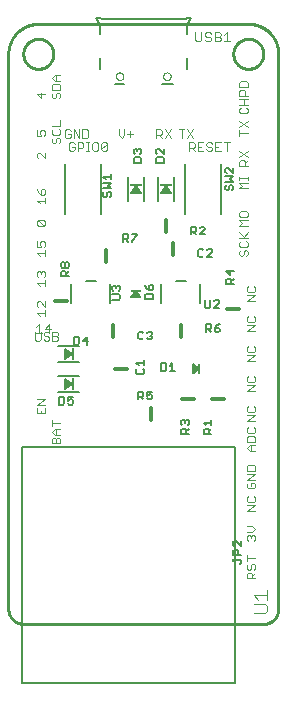
<source format=gto>
G75*
%MOIN*%
%OFA0B0*%
%FSLAX25Y25*%
%IPPOS*%
%LPD*%
%AMOC8*
5,1,8,0,0,1.08239X$1,22.5*
%
%ADD10C,0.01000*%
%ADD11C,0.00300*%
%ADD12C,0.00800*%
%ADD13C,0.00400*%
%ADD14C,0.01200*%
%ADD15C,0.00600*%
%ADD16R,0.03937X0.00787*%
%ADD17R,0.00787X0.03937*%
%ADD18R,0.00750X0.03500*%
%ADD19C,0.00500*%
%ADD20C,0.00000*%
%ADD21R,0.03500X0.00750*%
D10*
X0006800Y0021144D02*
X0086800Y0021144D01*
X0086940Y0021146D01*
X0087080Y0021152D01*
X0087220Y0021162D01*
X0087360Y0021175D01*
X0087499Y0021193D01*
X0087638Y0021215D01*
X0087775Y0021240D01*
X0087913Y0021269D01*
X0088049Y0021302D01*
X0088184Y0021339D01*
X0088318Y0021380D01*
X0088451Y0021425D01*
X0088583Y0021473D01*
X0088713Y0021525D01*
X0088842Y0021580D01*
X0088969Y0021639D01*
X0089095Y0021702D01*
X0089219Y0021768D01*
X0089340Y0021837D01*
X0089460Y0021910D01*
X0089578Y0021987D01*
X0089693Y0022066D01*
X0089807Y0022149D01*
X0089917Y0022235D01*
X0090026Y0022324D01*
X0090132Y0022416D01*
X0090235Y0022511D01*
X0090336Y0022608D01*
X0090433Y0022709D01*
X0090528Y0022812D01*
X0090620Y0022918D01*
X0090709Y0023027D01*
X0090795Y0023137D01*
X0090878Y0023251D01*
X0090957Y0023366D01*
X0091034Y0023484D01*
X0091107Y0023604D01*
X0091176Y0023725D01*
X0091242Y0023849D01*
X0091305Y0023975D01*
X0091364Y0024102D01*
X0091419Y0024231D01*
X0091471Y0024361D01*
X0091519Y0024493D01*
X0091564Y0024626D01*
X0091605Y0024760D01*
X0091642Y0024895D01*
X0091675Y0025031D01*
X0091704Y0025169D01*
X0091729Y0025306D01*
X0091751Y0025445D01*
X0091769Y0025584D01*
X0091782Y0025724D01*
X0091792Y0025864D01*
X0091798Y0026004D01*
X0091800Y0026144D01*
X0091800Y0211144D01*
X0076800Y0211144D02*
X0076802Y0211285D01*
X0076808Y0211426D01*
X0076818Y0211566D01*
X0076832Y0211706D01*
X0076850Y0211846D01*
X0076871Y0211985D01*
X0076897Y0212124D01*
X0076926Y0212262D01*
X0076960Y0212398D01*
X0076997Y0212534D01*
X0077038Y0212669D01*
X0077083Y0212803D01*
X0077132Y0212935D01*
X0077184Y0213066D01*
X0077240Y0213195D01*
X0077300Y0213322D01*
X0077363Y0213448D01*
X0077429Y0213572D01*
X0077500Y0213695D01*
X0077573Y0213815D01*
X0077650Y0213933D01*
X0077730Y0214049D01*
X0077814Y0214162D01*
X0077900Y0214273D01*
X0077990Y0214382D01*
X0078083Y0214488D01*
X0078178Y0214591D01*
X0078277Y0214692D01*
X0078378Y0214790D01*
X0078482Y0214885D01*
X0078589Y0214977D01*
X0078698Y0215066D01*
X0078810Y0215151D01*
X0078924Y0215234D01*
X0079040Y0215314D01*
X0079159Y0215390D01*
X0079280Y0215462D01*
X0079402Y0215532D01*
X0079527Y0215597D01*
X0079653Y0215660D01*
X0079781Y0215718D01*
X0079911Y0215773D01*
X0080042Y0215825D01*
X0080175Y0215872D01*
X0080309Y0215916D01*
X0080444Y0215957D01*
X0080580Y0215993D01*
X0080717Y0216025D01*
X0080855Y0216054D01*
X0080993Y0216079D01*
X0081133Y0216099D01*
X0081273Y0216116D01*
X0081413Y0216129D01*
X0081554Y0216138D01*
X0081694Y0216143D01*
X0081835Y0216144D01*
X0081976Y0216141D01*
X0082117Y0216134D01*
X0082257Y0216123D01*
X0082397Y0216108D01*
X0082537Y0216089D01*
X0082676Y0216067D01*
X0082814Y0216040D01*
X0082952Y0216010D01*
X0083088Y0215975D01*
X0083224Y0215937D01*
X0083358Y0215895D01*
X0083492Y0215849D01*
X0083624Y0215800D01*
X0083754Y0215746D01*
X0083883Y0215689D01*
X0084010Y0215629D01*
X0084136Y0215565D01*
X0084259Y0215497D01*
X0084381Y0215426D01*
X0084501Y0215352D01*
X0084618Y0215274D01*
X0084733Y0215193D01*
X0084846Y0215109D01*
X0084957Y0215022D01*
X0085065Y0214931D01*
X0085170Y0214838D01*
X0085273Y0214741D01*
X0085373Y0214642D01*
X0085470Y0214540D01*
X0085564Y0214435D01*
X0085655Y0214328D01*
X0085743Y0214218D01*
X0085828Y0214106D01*
X0085910Y0213991D01*
X0085989Y0213874D01*
X0086064Y0213755D01*
X0086136Y0213634D01*
X0086204Y0213511D01*
X0086269Y0213386D01*
X0086331Y0213259D01*
X0086388Y0213130D01*
X0086443Y0213000D01*
X0086493Y0212869D01*
X0086540Y0212736D01*
X0086583Y0212602D01*
X0086622Y0212466D01*
X0086657Y0212330D01*
X0086689Y0212193D01*
X0086716Y0212055D01*
X0086740Y0211916D01*
X0086760Y0211776D01*
X0086776Y0211636D01*
X0086788Y0211496D01*
X0086796Y0211355D01*
X0086800Y0211214D01*
X0086800Y0211074D01*
X0086796Y0210933D01*
X0086788Y0210792D01*
X0086776Y0210652D01*
X0086760Y0210512D01*
X0086740Y0210372D01*
X0086716Y0210233D01*
X0086689Y0210095D01*
X0086657Y0209958D01*
X0086622Y0209822D01*
X0086583Y0209686D01*
X0086540Y0209552D01*
X0086493Y0209419D01*
X0086443Y0209288D01*
X0086388Y0209158D01*
X0086331Y0209029D01*
X0086269Y0208902D01*
X0086204Y0208777D01*
X0086136Y0208654D01*
X0086064Y0208533D01*
X0085989Y0208414D01*
X0085910Y0208297D01*
X0085828Y0208182D01*
X0085743Y0208070D01*
X0085655Y0207960D01*
X0085564Y0207853D01*
X0085470Y0207748D01*
X0085373Y0207646D01*
X0085273Y0207547D01*
X0085170Y0207450D01*
X0085065Y0207357D01*
X0084957Y0207266D01*
X0084846Y0207179D01*
X0084733Y0207095D01*
X0084618Y0207014D01*
X0084501Y0206936D01*
X0084381Y0206862D01*
X0084259Y0206791D01*
X0084136Y0206723D01*
X0084010Y0206659D01*
X0083883Y0206599D01*
X0083754Y0206542D01*
X0083624Y0206488D01*
X0083492Y0206439D01*
X0083358Y0206393D01*
X0083224Y0206351D01*
X0083088Y0206313D01*
X0082952Y0206278D01*
X0082814Y0206248D01*
X0082676Y0206221D01*
X0082537Y0206199D01*
X0082397Y0206180D01*
X0082257Y0206165D01*
X0082117Y0206154D01*
X0081976Y0206147D01*
X0081835Y0206144D01*
X0081694Y0206145D01*
X0081554Y0206150D01*
X0081413Y0206159D01*
X0081273Y0206172D01*
X0081133Y0206189D01*
X0080993Y0206209D01*
X0080855Y0206234D01*
X0080717Y0206263D01*
X0080580Y0206295D01*
X0080444Y0206331D01*
X0080309Y0206372D01*
X0080175Y0206416D01*
X0080042Y0206463D01*
X0079911Y0206515D01*
X0079781Y0206570D01*
X0079653Y0206628D01*
X0079527Y0206691D01*
X0079402Y0206756D01*
X0079280Y0206826D01*
X0079159Y0206898D01*
X0079040Y0206974D01*
X0078924Y0207054D01*
X0078810Y0207137D01*
X0078698Y0207222D01*
X0078589Y0207311D01*
X0078482Y0207403D01*
X0078378Y0207498D01*
X0078277Y0207596D01*
X0078178Y0207697D01*
X0078083Y0207800D01*
X0077990Y0207906D01*
X0077900Y0208015D01*
X0077814Y0208126D01*
X0077730Y0208239D01*
X0077650Y0208355D01*
X0077573Y0208473D01*
X0077500Y0208593D01*
X0077429Y0208716D01*
X0077363Y0208840D01*
X0077300Y0208966D01*
X0077240Y0209093D01*
X0077184Y0209222D01*
X0077132Y0209353D01*
X0077083Y0209485D01*
X0077038Y0209619D01*
X0076997Y0209754D01*
X0076960Y0209890D01*
X0076926Y0210026D01*
X0076897Y0210164D01*
X0076871Y0210303D01*
X0076850Y0210442D01*
X0076832Y0210582D01*
X0076818Y0210722D01*
X0076808Y0210862D01*
X0076802Y0211003D01*
X0076800Y0211144D01*
X0081800Y0221144D02*
X0082042Y0221141D01*
X0082283Y0221132D01*
X0082524Y0221118D01*
X0082765Y0221097D01*
X0083005Y0221071D01*
X0083245Y0221039D01*
X0083484Y0221001D01*
X0083721Y0220958D01*
X0083958Y0220908D01*
X0084193Y0220853D01*
X0084427Y0220793D01*
X0084659Y0220726D01*
X0084890Y0220655D01*
X0085119Y0220577D01*
X0085346Y0220494D01*
X0085571Y0220406D01*
X0085794Y0220312D01*
X0086014Y0220213D01*
X0086232Y0220108D01*
X0086447Y0219999D01*
X0086660Y0219884D01*
X0086870Y0219764D01*
X0087076Y0219639D01*
X0087280Y0219509D01*
X0087481Y0219374D01*
X0087678Y0219234D01*
X0087872Y0219090D01*
X0088062Y0218941D01*
X0088248Y0218787D01*
X0088431Y0218629D01*
X0088610Y0218467D01*
X0088785Y0218300D01*
X0088956Y0218129D01*
X0089123Y0217954D01*
X0089285Y0217775D01*
X0089443Y0217592D01*
X0089597Y0217406D01*
X0089746Y0217216D01*
X0089890Y0217022D01*
X0090030Y0216825D01*
X0090165Y0216624D01*
X0090295Y0216420D01*
X0090420Y0216214D01*
X0090540Y0216004D01*
X0090655Y0215791D01*
X0090764Y0215576D01*
X0090869Y0215358D01*
X0090968Y0215138D01*
X0091062Y0214915D01*
X0091150Y0214690D01*
X0091233Y0214463D01*
X0091311Y0214234D01*
X0091382Y0214003D01*
X0091449Y0213771D01*
X0091509Y0213537D01*
X0091564Y0213302D01*
X0091614Y0213065D01*
X0091657Y0212828D01*
X0091695Y0212589D01*
X0091727Y0212349D01*
X0091753Y0212109D01*
X0091774Y0211868D01*
X0091788Y0211627D01*
X0091797Y0211386D01*
X0091800Y0211144D01*
X0081800Y0221144D02*
X0011800Y0221144D01*
X0006800Y0211144D02*
X0006802Y0211285D01*
X0006808Y0211426D01*
X0006818Y0211566D01*
X0006832Y0211706D01*
X0006850Y0211846D01*
X0006871Y0211985D01*
X0006897Y0212124D01*
X0006926Y0212262D01*
X0006960Y0212398D01*
X0006997Y0212534D01*
X0007038Y0212669D01*
X0007083Y0212803D01*
X0007132Y0212935D01*
X0007184Y0213066D01*
X0007240Y0213195D01*
X0007300Y0213322D01*
X0007363Y0213448D01*
X0007429Y0213572D01*
X0007500Y0213695D01*
X0007573Y0213815D01*
X0007650Y0213933D01*
X0007730Y0214049D01*
X0007814Y0214162D01*
X0007900Y0214273D01*
X0007990Y0214382D01*
X0008083Y0214488D01*
X0008178Y0214591D01*
X0008277Y0214692D01*
X0008378Y0214790D01*
X0008482Y0214885D01*
X0008589Y0214977D01*
X0008698Y0215066D01*
X0008810Y0215151D01*
X0008924Y0215234D01*
X0009040Y0215314D01*
X0009159Y0215390D01*
X0009280Y0215462D01*
X0009402Y0215532D01*
X0009527Y0215597D01*
X0009653Y0215660D01*
X0009781Y0215718D01*
X0009911Y0215773D01*
X0010042Y0215825D01*
X0010175Y0215872D01*
X0010309Y0215916D01*
X0010444Y0215957D01*
X0010580Y0215993D01*
X0010717Y0216025D01*
X0010855Y0216054D01*
X0010993Y0216079D01*
X0011133Y0216099D01*
X0011273Y0216116D01*
X0011413Y0216129D01*
X0011554Y0216138D01*
X0011694Y0216143D01*
X0011835Y0216144D01*
X0011976Y0216141D01*
X0012117Y0216134D01*
X0012257Y0216123D01*
X0012397Y0216108D01*
X0012537Y0216089D01*
X0012676Y0216067D01*
X0012814Y0216040D01*
X0012952Y0216010D01*
X0013088Y0215975D01*
X0013224Y0215937D01*
X0013358Y0215895D01*
X0013492Y0215849D01*
X0013624Y0215800D01*
X0013754Y0215746D01*
X0013883Y0215689D01*
X0014010Y0215629D01*
X0014136Y0215565D01*
X0014259Y0215497D01*
X0014381Y0215426D01*
X0014501Y0215352D01*
X0014618Y0215274D01*
X0014733Y0215193D01*
X0014846Y0215109D01*
X0014957Y0215022D01*
X0015065Y0214931D01*
X0015170Y0214838D01*
X0015273Y0214741D01*
X0015373Y0214642D01*
X0015470Y0214540D01*
X0015564Y0214435D01*
X0015655Y0214328D01*
X0015743Y0214218D01*
X0015828Y0214106D01*
X0015910Y0213991D01*
X0015989Y0213874D01*
X0016064Y0213755D01*
X0016136Y0213634D01*
X0016204Y0213511D01*
X0016269Y0213386D01*
X0016331Y0213259D01*
X0016388Y0213130D01*
X0016443Y0213000D01*
X0016493Y0212869D01*
X0016540Y0212736D01*
X0016583Y0212602D01*
X0016622Y0212466D01*
X0016657Y0212330D01*
X0016689Y0212193D01*
X0016716Y0212055D01*
X0016740Y0211916D01*
X0016760Y0211776D01*
X0016776Y0211636D01*
X0016788Y0211496D01*
X0016796Y0211355D01*
X0016800Y0211214D01*
X0016800Y0211074D01*
X0016796Y0210933D01*
X0016788Y0210792D01*
X0016776Y0210652D01*
X0016760Y0210512D01*
X0016740Y0210372D01*
X0016716Y0210233D01*
X0016689Y0210095D01*
X0016657Y0209958D01*
X0016622Y0209822D01*
X0016583Y0209686D01*
X0016540Y0209552D01*
X0016493Y0209419D01*
X0016443Y0209288D01*
X0016388Y0209158D01*
X0016331Y0209029D01*
X0016269Y0208902D01*
X0016204Y0208777D01*
X0016136Y0208654D01*
X0016064Y0208533D01*
X0015989Y0208414D01*
X0015910Y0208297D01*
X0015828Y0208182D01*
X0015743Y0208070D01*
X0015655Y0207960D01*
X0015564Y0207853D01*
X0015470Y0207748D01*
X0015373Y0207646D01*
X0015273Y0207547D01*
X0015170Y0207450D01*
X0015065Y0207357D01*
X0014957Y0207266D01*
X0014846Y0207179D01*
X0014733Y0207095D01*
X0014618Y0207014D01*
X0014501Y0206936D01*
X0014381Y0206862D01*
X0014259Y0206791D01*
X0014136Y0206723D01*
X0014010Y0206659D01*
X0013883Y0206599D01*
X0013754Y0206542D01*
X0013624Y0206488D01*
X0013492Y0206439D01*
X0013358Y0206393D01*
X0013224Y0206351D01*
X0013088Y0206313D01*
X0012952Y0206278D01*
X0012814Y0206248D01*
X0012676Y0206221D01*
X0012537Y0206199D01*
X0012397Y0206180D01*
X0012257Y0206165D01*
X0012117Y0206154D01*
X0011976Y0206147D01*
X0011835Y0206144D01*
X0011694Y0206145D01*
X0011554Y0206150D01*
X0011413Y0206159D01*
X0011273Y0206172D01*
X0011133Y0206189D01*
X0010993Y0206209D01*
X0010855Y0206234D01*
X0010717Y0206263D01*
X0010580Y0206295D01*
X0010444Y0206331D01*
X0010309Y0206372D01*
X0010175Y0206416D01*
X0010042Y0206463D01*
X0009911Y0206515D01*
X0009781Y0206570D01*
X0009653Y0206628D01*
X0009527Y0206691D01*
X0009402Y0206756D01*
X0009280Y0206826D01*
X0009159Y0206898D01*
X0009040Y0206974D01*
X0008924Y0207054D01*
X0008810Y0207137D01*
X0008698Y0207222D01*
X0008589Y0207311D01*
X0008482Y0207403D01*
X0008378Y0207498D01*
X0008277Y0207596D01*
X0008178Y0207697D01*
X0008083Y0207800D01*
X0007990Y0207906D01*
X0007900Y0208015D01*
X0007814Y0208126D01*
X0007730Y0208239D01*
X0007650Y0208355D01*
X0007573Y0208473D01*
X0007500Y0208593D01*
X0007429Y0208716D01*
X0007363Y0208840D01*
X0007300Y0208966D01*
X0007240Y0209093D01*
X0007184Y0209222D01*
X0007132Y0209353D01*
X0007083Y0209485D01*
X0007038Y0209619D01*
X0006997Y0209754D01*
X0006960Y0209890D01*
X0006926Y0210026D01*
X0006897Y0210164D01*
X0006871Y0210303D01*
X0006850Y0210442D01*
X0006832Y0210582D01*
X0006818Y0210722D01*
X0006808Y0210862D01*
X0006802Y0211003D01*
X0006800Y0211144D01*
X0001800Y0211144D02*
X0001803Y0211386D01*
X0001812Y0211627D01*
X0001826Y0211868D01*
X0001847Y0212109D01*
X0001873Y0212349D01*
X0001905Y0212589D01*
X0001943Y0212828D01*
X0001986Y0213065D01*
X0002036Y0213302D01*
X0002091Y0213537D01*
X0002151Y0213771D01*
X0002218Y0214003D01*
X0002289Y0214234D01*
X0002367Y0214463D01*
X0002450Y0214690D01*
X0002538Y0214915D01*
X0002632Y0215138D01*
X0002731Y0215358D01*
X0002836Y0215576D01*
X0002945Y0215791D01*
X0003060Y0216004D01*
X0003180Y0216214D01*
X0003305Y0216420D01*
X0003435Y0216624D01*
X0003570Y0216825D01*
X0003710Y0217022D01*
X0003854Y0217216D01*
X0004003Y0217406D01*
X0004157Y0217592D01*
X0004315Y0217775D01*
X0004477Y0217954D01*
X0004644Y0218129D01*
X0004815Y0218300D01*
X0004990Y0218467D01*
X0005169Y0218629D01*
X0005352Y0218787D01*
X0005538Y0218941D01*
X0005728Y0219090D01*
X0005922Y0219234D01*
X0006119Y0219374D01*
X0006320Y0219509D01*
X0006524Y0219639D01*
X0006730Y0219764D01*
X0006940Y0219884D01*
X0007153Y0219999D01*
X0007368Y0220108D01*
X0007586Y0220213D01*
X0007806Y0220312D01*
X0008029Y0220406D01*
X0008254Y0220494D01*
X0008481Y0220577D01*
X0008710Y0220655D01*
X0008941Y0220726D01*
X0009173Y0220793D01*
X0009407Y0220853D01*
X0009642Y0220908D01*
X0009879Y0220958D01*
X0010116Y0221001D01*
X0010355Y0221039D01*
X0010595Y0221071D01*
X0010835Y0221097D01*
X0011076Y0221118D01*
X0011317Y0221132D01*
X0011558Y0221141D01*
X0011800Y0221144D01*
X0001800Y0211144D02*
X0001800Y0026144D01*
X0001802Y0026004D01*
X0001808Y0025864D01*
X0001818Y0025724D01*
X0001831Y0025584D01*
X0001849Y0025445D01*
X0001871Y0025306D01*
X0001896Y0025169D01*
X0001925Y0025031D01*
X0001958Y0024895D01*
X0001995Y0024760D01*
X0002036Y0024626D01*
X0002081Y0024493D01*
X0002129Y0024361D01*
X0002181Y0024231D01*
X0002236Y0024102D01*
X0002295Y0023975D01*
X0002358Y0023849D01*
X0002424Y0023725D01*
X0002493Y0023604D01*
X0002566Y0023484D01*
X0002643Y0023366D01*
X0002722Y0023251D01*
X0002805Y0023137D01*
X0002891Y0023027D01*
X0002980Y0022918D01*
X0003072Y0022812D01*
X0003167Y0022709D01*
X0003264Y0022608D01*
X0003365Y0022511D01*
X0003468Y0022416D01*
X0003574Y0022324D01*
X0003683Y0022235D01*
X0003793Y0022149D01*
X0003907Y0022066D01*
X0004022Y0021987D01*
X0004140Y0021910D01*
X0004260Y0021837D01*
X0004381Y0021768D01*
X0004505Y0021702D01*
X0004631Y0021639D01*
X0004758Y0021580D01*
X0004887Y0021525D01*
X0005017Y0021473D01*
X0005149Y0021425D01*
X0005282Y0021380D01*
X0005416Y0021339D01*
X0005551Y0021302D01*
X0005687Y0021269D01*
X0005825Y0021240D01*
X0005962Y0021215D01*
X0006101Y0021193D01*
X0006240Y0021175D01*
X0006380Y0021162D01*
X0006520Y0021152D01*
X0006660Y0021146D01*
X0006800Y0021144D01*
D11*
X0016248Y0081294D02*
X0016248Y0082745D01*
X0016731Y0083229D01*
X0017215Y0083229D01*
X0017699Y0082745D01*
X0017699Y0081294D01*
X0019150Y0081294D02*
X0016248Y0081294D01*
X0017699Y0082745D02*
X0018183Y0083229D01*
X0018666Y0083229D01*
X0019150Y0082745D01*
X0019150Y0081294D01*
X0019150Y0084241D02*
X0017215Y0084241D01*
X0016248Y0085208D01*
X0017215Y0086176D01*
X0019150Y0086176D01*
X0019150Y0088155D02*
X0016248Y0088155D01*
X0016248Y0089122D02*
X0016248Y0087187D01*
X0017699Y0086176D02*
X0017699Y0084241D01*
X0014150Y0091294D02*
X0014150Y0093229D01*
X0014150Y0094241D02*
X0011248Y0094241D01*
X0014150Y0096176D01*
X0011248Y0096176D01*
X0011248Y0093229D02*
X0011248Y0091294D01*
X0014150Y0091294D01*
X0012699Y0091294D02*
X0012699Y0092262D01*
X0012062Y0115594D02*
X0011094Y0115594D01*
X0010610Y0116078D01*
X0010610Y0118497D01*
X0011057Y0118094D02*
X0012992Y0118094D01*
X0013557Y0118013D02*
X0013557Y0117529D01*
X0014041Y0117045D01*
X0015008Y0117045D01*
X0015492Y0116562D01*
X0015492Y0116078D01*
X0015008Y0115594D01*
X0014041Y0115594D01*
X0013557Y0116078D01*
X0012545Y0116078D02*
X0012545Y0118497D01*
X0012024Y0118094D02*
X0012024Y0120997D01*
X0011057Y0120029D01*
X0012215Y0123794D02*
X0011248Y0124762D01*
X0014150Y0124762D01*
X0014150Y0125729D02*
X0014150Y0123794D01*
X0014150Y0126741D02*
X0012215Y0128676D01*
X0011731Y0128676D01*
X0011248Y0128192D01*
X0011248Y0127224D01*
X0011731Y0126741D01*
X0014150Y0126741D02*
X0014150Y0128676D01*
X0014150Y0133794D02*
X0014150Y0135729D01*
X0014150Y0134762D02*
X0011248Y0134762D01*
X0012215Y0133794D01*
X0011731Y0136741D02*
X0011248Y0137224D01*
X0011248Y0138192D01*
X0011731Y0138676D01*
X0012215Y0138676D01*
X0012699Y0138192D01*
X0013183Y0138676D01*
X0013666Y0138676D01*
X0014150Y0138192D01*
X0014150Y0137224D01*
X0013666Y0136741D01*
X0012699Y0137708D02*
X0012699Y0138192D01*
X0012215Y0143794D02*
X0011248Y0144762D01*
X0014150Y0144762D01*
X0014150Y0145729D02*
X0014150Y0143794D01*
X0013666Y0146741D02*
X0014150Y0147224D01*
X0014150Y0148192D01*
X0013666Y0148676D01*
X0012699Y0148676D01*
X0012215Y0148192D01*
X0012215Y0147708D01*
X0012699Y0146741D01*
X0011248Y0146741D01*
X0011248Y0148676D01*
X0011731Y0153794D02*
X0011248Y0154278D01*
X0011248Y0155245D01*
X0011731Y0155729D01*
X0013666Y0153794D01*
X0014150Y0154278D01*
X0014150Y0155245D01*
X0013666Y0155729D01*
X0011731Y0155729D01*
X0011731Y0153794D02*
X0013666Y0153794D01*
X0014150Y0161294D02*
X0014150Y0163229D01*
X0014150Y0162262D02*
X0011248Y0162262D01*
X0012215Y0161294D01*
X0012699Y0164241D02*
X0012699Y0165692D01*
X0013183Y0166176D01*
X0013666Y0166176D01*
X0014150Y0165692D01*
X0014150Y0164724D01*
X0013666Y0164241D01*
X0012699Y0164241D01*
X0011731Y0165208D01*
X0011248Y0166176D01*
X0011731Y0176294D02*
X0011248Y0176778D01*
X0011248Y0177745D01*
X0011731Y0178229D01*
X0012215Y0178229D01*
X0014150Y0176294D01*
X0014150Y0178229D01*
X0016731Y0181294D02*
X0017215Y0181294D01*
X0017699Y0181778D01*
X0017699Y0182745D01*
X0018183Y0183229D01*
X0018666Y0183229D01*
X0019150Y0182745D01*
X0019150Y0181778D01*
X0018666Y0181294D01*
X0018666Y0184241D02*
X0019150Y0184724D01*
X0019150Y0185692D01*
X0018666Y0186176D01*
X0019150Y0187187D02*
X0019150Y0189122D01*
X0019150Y0187187D02*
X0016248Y0187187D01*
X0016731Y0186176D02*
X0016248Y0185692D01*
X0016248Y0184724D01*
X0016731Y0184241D01*
X0018666Y0184241D01*
X0016731Y0183229D02*
X0016248Y0182745D01*
X0016248Y0181778D01*
X0016731Y0181294D01*
X0014150Y0184278D02*
X0013666Y0183794D01*
X0014150Y0184278D02*
X0014150Y0185245D01*
X0013666Y0185729D01*
X0012699Y0185729D01*
X0012215Y0185245D01*
X0012215Y0184762D01*
X0012699Y0183794D01*
X0011248Y0183794D01*
X0011248Y0185729D01*
X0012699Y0196294D02*
X0012699Y0198229D01*
X0014150Y0197745D02*
X0011248Y0197745D01*
X0012699Y0196294D01*
X0016248Y0196778D02*
X0016731Y0196294D01*
X0017215Y0196294D01*
X0017699Y0196778D01*
X0017699Y0197745D01*
X0018183Y0198229D01*
X0018666Y0198229D01*
X0019150Y0197745D01*
X0019150Y0196778D01*
X0018666Y0196294D01*
X0019150Y0199241D02*
X0019150Y0200692D01*
X0018666Y0201176D01*
X0016731Y0201176D01*
X0016248Y0200692D01*
X0016248Y0199241D01*
X0019150Y0199241D01*
X0019150Y0202187D02*
X0017215Y0202187D01*
X0016248Y0203155D01*
X0017215Y0204122D01*
X0019150Y0204122D01*
X0017699Y0204122D02*
X0017699Y0202187D01*
X0016731Y0198229D02*
X0016248Y0197745D01*
X0016248Y0196778D01*
X0021094Y0185997D02*
X0020610Y0185513D01*
X0020610Y0183578D01*
X0021094Y0183094D01*
X0022062Y0183094D01*
X0022545Y0183578D01*
X0022545Y0184545D01*
X0021578Y0184545D01*
X0022545Y0184545D01*
X0022545Y0183578D01*
X0022062Y0183094D01*
X0021094Y0183094D01*
X0020610Y0183578D01*
X0020610Y0185513D01*
X0021094Y0185997D01*
X0022062Y0185997D01*
X0022545Y0185513D01*
X0022062Y0185997D01*
X0021094Y0185997D01*
X0022434Y0181697D02*
X0021950Y0181213D01*
X0021950Y0179278D01*
X0022434Y0178794D01*
X0023401Y0178794D01*
X0023885Y0179278D01*
X0023885Y0180245D01*
X0022917Y0180245D01*
X0023885Y0181213D02*
X0023401Y0181697D01*
X0022434Y0181697D01*
X0023557Y0183094D02*
X0023557Y0185997D01*
X0025492Y0183094D01*
X0025492Y0185997D01*
X0025492Y0183094D01*
X0023557Y0185997D01*
X0023557Y0183094D01*
X0024897Y0181697D02*
X0024897Y0178794D01*
X0024897Y0179762D02*
X0026348Y0179762D01*
X0026831Y0180245D01*
X0026831Y0181213D01*
X0026348Y0181697D01*
X0024897Y0181697D01*
X0026503Y0183094D02*
X0026503Y0185997D01*
X0027955Y0185997D01*
X0028438Y0185513D01*
X0028438Y0183578D01*
X0027955Y0183094D01*
X0026503Y0183094D01*
X0027955Y0183094D01*
X0028438Y0183578D01*
X0028438Y0185513D01*
X0027955Y0185997D01*
X0026503Y0185997D01*
X0026503Y0183094D01*
X0027843Y0181697D02*
X0028811Y0181697D01*
X0028327Y0181697D02*
X0028327Y0178794D01*
X0027843Y0178794D02*
X0028811Y0178794D01*
X0029807Y0179278D02*
X0029807Y0181213D01*
X0030291Y0181697D01*
X0031259Y0181697D01*
X0031742Y0181213D01*
X0031742Y0179278D01*
X0031259Y0178794D01*
X0030291Y0178794D01*
X0029807Y0179278D01*
X0032754Y0179278D02*
X0034689Y0181213D01*
X0034689Y0179278D01*
X0034205Y0178794D01*
X0033238Y0178794D01*
X0032754Y0179278D01*
X0032754Y0181213D01*
X0033238Y0181697D01*
X0034205Y0181697D01*
X0034689Y0181213D01*
X0038557Y0184062D02*
X0039524Y0183094D01*
X0040492Y0184062D01*
X0040492Y0185997D01*
X0041503Y0184545D02*
X0043438Y0184545D01*
X0042471Y0183578D02*
X0042471Y0185513D01*
X0038557Y0185997D02*
X0038557Y0184062D01*
X0051057Y0184062D02*
X0052508Y0184062D01*
X0052992Y0184545D01*
X0052992Y0185513D01*
X0052508Y0185997D01*
X0051057Y0185997D01*
X0051057Y0183094D01*
X0052024Y0184062D02*
X0052992Y0183094D01*
X0054003Y0183094D02*
X0055938Y0185997D01*
X0054003Y0185997D02*
X0055938Y0183094D01*
X0058557Y0185997D02*
X0060492Y0185997D01*
X0059524Y0185997D02*
X0059524Y0183094D01*
X0061503Y0183094D02*
X0063438Y0185997D01*
X0061503Y0185997D02*
X0063438Y0183094D01*
X0063401Y0181697D02*
X0063885Y0181213D01*
X0063885Y0180245D01*
X0063401Y0179762D01*
X0061950Y0179762D01*
X0062917Y0179762D02*
X0063885Y0178794D01*
X0064897Y0178794D02*
X0064897Y0181697D01*
X0066831Y0181697D01*
X0067843Y0181213D02*
X0067843Y0180729D01*
X0068327Y0180245D01*
X0069294Y0180245D01*
X0069778Y0179762D01*
X0069778Y0179278D01*
X0069294Y0178794D01*
X0068327Y0178794D01*
X0067843Y0179278D01*
X0066831Y0178794D02*
X0064897Y0178794D01*
X0064897Y0180245D02*
X0065864Y0180245D01*
X0067843Y0181213D02*
X0068327Y0181697D01*
X0069294Y0181697D01*
X0069778Y0181213D01*
X0070790Y0181697D02*
X0070790Y0178794D01*
X0072725Y0178794D01*
X0071757Y0180245D02*
X0070790Y0180245D01*
X0070790Y0181697D02*
X0072725Y0181697D01*
X0073736Y0181697D02*
X0075671Y0181697D01*
X0074704Y0181697D02*
X0074704Y0178794D01*
X0078748Y0178676D02*
X0081650Y0176741D01*
X0081650Y0175729D02*
X0080683Y0174762D01*
X0080683Y0175245D02*
X0080683Y0173794D01*
X0081650Y0173794D02*
X0078748Y0173794D01*
X0078748Y0175245D01*
X0079231Y0175729D01*
X0080199Y0175729D01*
X0080683Y0175245D01*
X0078748Y0176741D02*
X0081650Y0178676D01*
X0078748Y0183794D02*
X0078748Y0185729D01*
X0078748Y0184762D02*
X0081650Y0184762D01*
X0081650Y0186741D02*
X0078748Y0188676D01*
X0078748Y0186741D02*
X0081650Y0188676D01*
X0081166Y0191294D02*
X0081650Y0191778D01*
X0081650Y0192745D01*
X0081166Y0193229D01*
X0081650Y0194241D02*
X0078748Y0194241D01*
X0079231Y0193229D02*
X0078748Y0192745D01*
X0078748Y0191778D01*
X0079231Y0191294D01*
X0081166Y0191294D01*
X0080199Y0194241D02*
X0080199Y0196176D01*
X0080683Y0197187D02*
X0080683Y0198638D01*
X0080199Y0199122D01*
X0079231Y0199122D01*
X0078748Y0198638D01*
X0078748Y0197187D01*
X0081650Y0197187D01*
X0081650Y0196176D02*
X0078748Y0196176D01*
X0078748Y0200134D02*
X0078748Y0201585D01*
X0079231Y0202069D01*
X0081166Y0202069D01*
X0081650Y0201585D01*
X0081650Y0200134D01*
X0078748Y0200134D01*
X0078748Y0170208D02*
X0078748Y0169241D01*
X0078748Y0169724D02*
X0081650Y0169724D01*
X0081650Y0169241D02*
X0081650Y0170208D01*
X0081650Y0168229D02*
X0078748Y0168229D01*
X0079715Y0167262D01*
X0078748Y0166294D01*
X0081650Y0166294D01*
X0081166Y0158676D02*
X0079231Y0158676D01*
X0078748Y0158192D01*
X0078748Y0157224D01*
X0079231Y0156741D01*
X0081166Y0156741D01*
X0081650Y0157224D01*
X0081650Y0158192D01*
X0081166Y0158676D01*
X0081650Y0155729D02*
X0078748Y0155729D01*
X0079715Y0154762D01*
X0078748Y0153794D01*
X0081650Y0153794D01*
X0081650Y0151622D02*
X0080199Y0150171D01*
X0080683Y0149687D02*
X0078748Y0151622D01*
X0078748Y0149687D02*
X0081650Y0149687D01*
X0081166Y0148676D02*
X0081650Y0148192D01*
X0081650Y0147224D01*
X0081166Y0146741D01*
X0079231Y0146741D01*
X0078748Y0147224D01*
X0078748Y0148192D01*
X0079231Y0148676D01*
X0079231Y0145729D02*
X0078748Y0145245D01*
X0078748Y0144278D01*
X0079231Y0143794D01*
X0079715Y0143794D01*
X0080199Y0144278D01*
X0080199Y0145245D01*
X0080683Y0145729D01*
X0081166Y0145729D01*
X0081650Y0145245D01*
X0081650Y0144278D01*
X0081166Y0143794D01*
X0081731Y0133676D02*
X0081248Y0133192D01*
X0081248Y0132224D01*
X0081731Y0131741D01*
X0083666Y0131741D01*
X0084150Y0132224D01*
X0084150Y0133192D01*
X0083666Y0133676D01*
X0084150Y0130729D02*
X0081248Y0130729D01*
X0081248Y0128794D02*
X0084150Y0130729D01*
X0084150Y0128794D02*
X0081248Y0128794D01*
X0081731Y0123676D02*
X0081248Y0123192D01*
X0081248Y0122224D01*
X0081731Y0121741D01*
X0083666Y0121741D01*
X0084150Y0122224D01*
X0084150Y0123192D01*
X0083666Y0123676D01*
X0084150Y0120729D02*
X0081248Y0120729D01*
X0081248Y0118794D02*
X0084150Y0120729D01*
X0084150Y0118794D02*
X0081248Y0118794D01*
X0081731Y0113676D02*
X0081248Y0113192D01*
X0081248Y0112224D01*
X0081731Y0111741D01*
X0083666Y0111741D01*
X0084150Y0112224D01*
X0084150Y0113192D01*
X0083666Y0113676D01*
X0084150Y0110729D02*
X0081248Y0110729D01*
X0081248Y0108794D02*
X0084150Y0110729D01*
X0084150Y0108794D02*
X0081248Y0108794D01*
X0081731Y0103676D02*
X0081248Y0103192D01*
X0081248Y0102224D01*
X0081731Y0101741D01*
X0083666Y0101741D01*
X0084150Y0102224D01*
X0084150Y0103192D01*
X0083666Y0103676D01*
X0084150Y0100729D02*
X0081248Y0100729D01*
X0081248Y0098794D02*
X0084150Y0100729D01*
X0084150Y0098794D02*
X0081248Y0098794D01*
X0081731Y0093676D02*
X0081248Y0093192D01*
X0081248Y0092224D01*
X0081731Y0091741D01*
X0083666Y0091741D01*
X0084150Y0092224D01*
X0084150Y0093192D01*
X0083666Y0093676D01*
X0084150Y0090729D02*
X0081248Y0090729D01*
X0081248Y0088794D02*
X0084150Y0090729D01*
X0084150Y0088794D02*
X0081248Y0088794D01*
X0081731Y0086622D02*
X0081248Y0086138D01*
X0081248Y0085171D01*
X0081731Y0084687D01*
X0083666Y0084687D01*
X0084150Y0085171D01*
X0084150Y0086138D01*
X0083666Y0086622D01*
X0083666Y0083676D02*
X0081731Y0083676D01*
X0081248Y0083192D01*
X0081248Y0081741D01*
X0084150Y0081741D01*
X0084150Y0083192D01*
X0083666Y0083676D01*
X0084150Y0080729D02*
X0082215Y0080729D01*
X0081248Y0079762D01*
X0082215Y0078794D01*
X0084150Y0078794D01*
X0082699Y0078794D02*
X0082699Y0080729D01*
X0083666Y0074122D02*
X0081731Y0074122D01*
X0081248Y0073638D01*
X0081248Y0072187D01*
X0084150Y0072187D01*
X0084150Y0073638D01*
X0083666Y0074122D01*
X0084150Y0071176D02*
X0081248Y0071176D01*
X0081248Y0069241D02*
X0084150Y0071176D01*
X0084150Y0069241D02*
X0081248Y0069241D01*
X0081731Y0068229D02*
X0081248Y0067745D01*
X0081248Y0066778D01*
X0081731Y0066294D01*
X0083666Y0066294D01*
X0084150Y0066778D01*
X0084150Y0067745D01*
X0083666Y0068229D01*
X0082699Y0068229D01*
X0082699Y0067262D01*
X0083666Y0063676D02*
X0084150Y0063192D01*
X0084150Y0062224D01*
X0083666Y0061741D01*
X0081731Y0061741D01*
X0081248Y0062224D01*
X0081248Y0063192D01*
X0081731Y0063676D01*
X0081248Y0060729D02*
X0084150Y0060729D01*
X0081248Y0058794D01*
X0084150Y0058794D01*
X0083183Y0053676D02*
X0081248Y0053676D01*
X0081248Y0051741D02*
X0083183Y0051741D01*
X0084150Y0052708D01*
X0083183Y0053676D01*
X0083183Y0050729D02*
X0083666Y0050729D01*
X0084150Y0050245D01*
X0084150Y0049278D01*
X0083666Y0048794D01*
X0082699Y0049762D02*
X0082699Y0050245D01*
X0083183Y0050729D01*
X0082699Y0050245D02*
X0082215Y0050729D01*
X0081731Y0050729D01*
X0081248Y0050245D01*
X0081248Y0049278D01*
X0081731Y0048794D01*
X0081248Y0044122D02*
X0081248Y0042187D01*
X0081248Y0043155D02*
X0084150Y0043155D01*
X0083666Y0041176D02*
X0083183Y0041176D01*
X0082699Y0040692D01*
X0082699Y0039724D01*
X0082215Y0039241D01*
X0081731Y0039241D01*
X0081248Y0039724D01*
X0081248Y0040692D01*
X0081731Y0041176D01*
X0081731Y0038229D02*
X0081248Y0037745D01*
X0081248Y0036294D01*
X0084150Y0036294D01*
X0083183Y0036294D02*
X0083183Y0037745D01*
X0082699Y0038229D01*
X0081731Y0038229D01*
X0083183Y0037262D02*
X0084150Y0038229D01*
X0083666Y0039241D02*
X0084150Y0039724D01*
X0084150Y0040692D01*
X0083666Y0041176D01*
X0061950Y0178794D02*
X0061950Y0181697D01*
X0063401Y0181697D01*
X0017955Y0118497D02*
X0018438Y0118013D01*
X0018438Y0117529D01*
X0017955Y0117045D01*
X0016503Y0117045D01*
X0015492Y0118013D02*
X0015008Y0118497D01*
X0014041Y0118497D01*
X0013557Y0118013D01*
X0014003Y0119545D02*
X0015938Y0119545D01*
X0016503Y0118497D02*
X0017955Y0118497D01*
X0017955Y0117045D02*
X0018438Y0116562D01*
X0018438Y0116078D01*
X0017955Y0115594D01*
X0016503Y0115594D01*
X0016503Y0118497D01*
X0015455Y0118094D02*
X0015455Y0120997D01*
X0014003Y0119545D01*
X0012545Y0116078D02*
X0012062Y0115594D01*
D12*
X0006367Y0001400D02*
X0077233Y0001400D01*
X0077233Y0080140D01*
X0006367Y0080140D01*
X0006367Y0001400D01*
X0018363Y0098388D02*
X0025237Y0098388D01*
X0022981Y0101144D02*
X0020619Y0102719D01*
X0020619Y0099569D01*
X0022981Y0101144D01*
X0022194Y0101144D02*
X0021013Y0101931D01*
X0021013Y0100357D01*
X0022194Y0101144D01*
X0021970Y0100995D02*
X0021013Y0100995D01*
X0021013Y0101794D02*
X0021219Y0101794D01*
X0018363Y0103900D02*
X0025237Y0103900D01*
X0025237Y0108388D02*
X0018363Y0108388D01*
X0018363Y0113900D02*
X0025237Y0113900D01*
X0022981Y0111144D02*
X0020619Y0112719D01*
X0020619Y0109569D01*
X0022981Y0111144D01*
X0022194Y0111144D02*
X0021013Y0111931D01*
X0021013Y0110357D01*
X0022194Y0111144D01*
X0021846Y0111376D02*
X0021013Y0111376D01*
X0021013Y0110577D02*
X0021344Y0110577D01*
X0022804Y0127994D02*
X0022804Y0134294D01*
X0027725Y0135278D02*
X0030875Y0135278D01*
X0035796Y0134294D02*
X0035796Y0127994D01*
X0032806Y0157876D02*
X0032806Y0174412D01*
X0041544Y0170081D02*
X0041544Y0162207D01*
X0042725Y0164766D02*
X0044300Y0167128D01*
X0045875Y0164766D01*
X0042725Y0164766D01*
X0043513Y0165357D02*
X0044300Y0166538D01*
X0045087Y0165357D01*
X0043513Y0165357D01*
X0043725Y0165675D02*
X0044875Y0165675D01*
X0044343Y0166473D02*
X0044257Y0166473D01*
X0047056Y0170081D02*
X0047056Y0162207D01*
X0051544Y0162207D02*
X0051544Y0170081D01*
X0054300Y0166538D02*
X0053513Y0165357D01*
X0055087Y0165357D01*
X0054300Y0166538D01*
X0054257Y0166473D02*
X0054343Y0166473D01*
X0054300Y0167128D02*
X0052725Y0164766D01*
X0055875Y0164766D01*
X0054300Y0167128D01*
X0053725Y0165675D02*
X0054875Y0165675D01*
X0057056Y0162207D02*
X0057056Y0170081D01*
X0060794Y0174412D02*
X0060794Y0157876D01*
X0060875Y0135278D02*
X0057725Y0135278D01*
X0052804Y0134294D02*
X0052804Y0127994D01*
X0065796Y0127994D02*
X0065796Y0134294D01*
X0072806Y0157876D02*
X0072806Y0174412D01*
X0020794Y0174412D02*
X0020794Y0157876D01*
D13*
X0064626Y0215344D02*
X0064109Y0215861D01*
X0064109Y0218447D01*
X0066177Y0218447D02*
X0066177Y0215861D01*
X0065660Y0215344D01*
X0064626Y0215344D01*
X0067332Y0215861D02*
X0067849Y0215344D01*
X0068883Y0215344D01*
X0069400Y0215861D01*
X0069400Y0216378D01*
X0068883Y0216895D01*
X0067849Y0216895D01*
X0067332Y0217413D01*
X0067332Y0217930D01*
X0067849Y0218447D01*
X0068883Y0218447D01*
X0069400Y0217930D01*
X0070554Y0218447D02*
X0072106Y0218447D01*
X0072623Y0217930D01*
X0072623Y0217413D01*
X0072106Y0216895D01*
X0070554Y0216895D01*
X0070554Y0215344D02*
X0072106Y0215344D01*
X0072623Y0215861D01*
X0072623Y0216378D01*
X0072106Y0216895D01*
X0073777Y0217413D02*
X0074811Y0218447D01*
X0074811Y0215344D01*
X0073777Y0215344D02*
X0075846Y0215344D01*
X0070554Y0215344D02*
X0070554Y0218447D01*
X0088155Y0032309D02*
X0088155Y0029240D01*
X0088155Y0030775D02*
X0083551Y0030775D01*
X0085086Y0029240D01*
X0083551Y0027706D02*
X0087388Y0027706D01*
X0088155Y0026938D01*
X0088155Y0025404D01*
X0087388Y0024636D01*
X0083551Y0024636D01*
D14*
X0073800Y0096144D02*
X0069800Y0096144D01*
X0063800Y0096144D02*
X0059800Y0096144D01*
X0059300Y0116644D02*
X0059300Y0120644D01*
X0056800Y0144144D02*
X0056800Y0148144D01*
X0054300Y0151644D02*
X0054300Y0155644D01*
X0036800Y0120644D02*
X0036800Y0116644D01*
X0037300Y0106144D02*
X0041300Y0106144D01*
X0049300Y0093144D02*
X0049300Y0089144D01*
X0034300Y0141644D02*
X0034300Y0145644D01*
X0021300Y0128644D02*
X0017300Y0128644D01*
X0074800Y0126144D02*
X0078800Y0126144D01*
D15*
X0077000Y0134444D02*
X0074398Y0134444D01*
X0074398Y0135745D01*
X0074831Y0136179D01*
X0075699Y0136179D01*
X0076133Y0135745D01*
X0076133Y0134444D01*
X0076133Y0135311D02*
X0077000Y0136179D01*
X0077000Y0138692D02*
X0074398Y0138692D01*
X0075699Y0137391D01*
X0075699Y0139125D01*
X0071635Y0129046D02*
X0070768Y0129046D01*
X0070334Y0128613D01*
X0071635Y0129046D02*
X0072069Y0128613D01*
X0072069Y0128179D01*
X0070334Y0126444D01*
X0072069Y0126444D01*
X0069122Y0126878D02*
X0069122Y0129046D01*
X0069122Y0126878D02*
X0068689Y0126444D01*
X0067821Y0126444D01*
X0067387Y0126878D01*
X0067387Y0129046D01*
X0067600Y0121046D02*
X0068901Y0121046D01*
X0069335Y0120613D01*
X0069335Y0119745D01*
X0068901Y0119311D01*
X0067600Y0119311D01*
X0067600Y0118444D02*
X0067600Y0121046D01*
X0068467Y0119311D02*
X0069335Y0118444D01*
X0070547Y0118878D02*
X0070547Y0119745D01*
X0071848Y0119745D01*
X0072281Y0119311D01*
X0072281Y0118878D01*
X0071848Y0118444D01*
X0070980Y0118444D01*
X0070547Y0118878D01*
X0070547Y0119745D02*
X0071414Y0120613D01*
X0072281Y0121046D01*
X0063300Y0107644D02*
X0065300Y0106144D01*
X0063300Y0104644D01*
X0063300Y0107644D01*
X0063300Y0107330D02*
X0063719Y0107330D01*
X0063300Y0106731D02*
X0064517Y0106731D01*
X0065285Y0106133D02*
X0063300Y0106133D01*
X0063300Y0105534D02*
X0064487Y0105534D01*
X0063689Y0104936D02*
X0063300Y0104936D01*
X0057281Y0105444D02*
X0055547Y0105444D01*
X0056414Y0105444D02*
X0056414Y0108046D01*
X0055547Y0107179D01*
X0054335Y0107613D02*
X0053901Y0108046D01*
X0052600Y0108046D01*
X0052600Y0105444D01*
X0053901Y0105444D01*
X0054335Y0105878D01*
X0054335Y0107613D01*
X0049348Y0115944D02*
X0049781Y0116378D01*
X0049781Y0116811D01*
X0049348Y0117245D01*
X0048914Y0117245D01*
X0049348Y0117245D02*
X0049781Y0117679D01*
X0049781Y0118113D01*
X0049348Y0118546D01*
X0048480Y0118546D01*
X0048047Y0118113D01*
X0046835Y0118113D02*
X0046401Y0118546D01*
X0045534Y0118546D01*
X0045100Y0118113D01*
X0045100Y0116378D01*
X0045534Y0115944D01*
X0046401Y0115944D01*
X0046835Y0116378D01*
X0048047Y0116378D02*
X0048480Y0115944D01*
X0049348Y0115944D01*
X0047000Y0109125D02*
X0047000Y0107391D01*
X0047000Y0108258D02*
X0044398Y0108258D01*
X0045265Y0107391D01*
X0044831Y0106179D02*
X0044398Y0105745D01*
X0044398Y0104878D01*
X0044831Y0104444D01*
X0046566Y0104444D01*
X0047000Y0104878D01*
X0047000Y0105745D01*
X0046566Y0106179D01*
X0046401Y0098546D02*
X0045100Y0098546D01*
X0045100Y0095944D01*
X0045100Y0096811D02*
X0046401Y0096811D01*
X0046835Y0097245D01*
X0046835Y0098113D01*
X0046401Y0098546D01*
X0045967Y0096811D02*
X0046835Y0095944D01*
X0048047Y0096378D02*
X0048480Y0095944D01*
X0049348Y0095944D01*
X0049781Y0096378D01*
X0049781Y0097245D01*
X0049348Y0097679D01*
X0048914Y0097679D01*
X0048047Y0097245D01*
X0048047Y0098546D01*
X0049781Y0098546D01*
X0059398Y0088692D02*
X0059831Y0089125D01*
X0060265Y0089125D01*
X0060699Y0088692D01*
X0061133Y0089125D01*
X0061566Y0089125D01*
X0062000Y0088692D01*
X0062000Y0087824D01*
X0061566Y0087391D01*
X0060699Y0088258D02*
X0060699Y0088692D01*
X0059398Y0088692D02*
X0059398Y0087824D01*
X0059831Y0087391D01*
X0059831Y0086179D02*
X0060699Y0086179D01*
X0061133Y0085745D01*
X0061133Y0084444D01*
X0062000Y0084444D02*
X0059398Y0084444D01*
X0059398Y0085745D01*
X0059831Y0086179D01*
X0061133Y0085311D02*
X0062000Y0086179D01*
X0066898Y0085745D02*
X0066898Y0084444D01*
X0069500Y0084444D01*
X0068633Y0084444D02*
X0068633Y0085745D01*
X0068199Y0086179D01*
X0067331Y0086179D01*
X0066898Y0085745D01*
X0067765Y0087391D02*
X0066898Y0088258D01*
X0069500Y0088258D01*
X0069500Y0087391D02*
X0069500Y0089125D01*
X0069500Y0086179D02*
X0068633Y0085311D01*
X0077131Y0048772D02*
X0076698Y0048338D01*
X0076698Y0047471D01*
X0077131Y0047037D01*
X0077131Y0045825D02*
X0076698Y0045392D01*
X0076698Y0044091D01*
X0079300Y0044091D01*
X0078433Y0044091D02*
X0078433Y0045392D01*
X0077999Y0045825D01*
X0077131Y0045825D01*
X0076698Y0042879D02*
X0076698Y0042011D01*
X0076698Y0042445D02*
X0078866Y0042445D01*
X0079300Y0042011D01*
X0079300Y0041578D01*
X0078866Y0041144D01*
X0079300Y0047037D02*
X0077565Y0048772D01*
X0077131Y0048772D01*
X0079300Y0048772D02*
X0079300Y0047037D01*
X0050000Y0129444D02*
X0047398Y0129444D01*
X0047398Y0130745D01*
X0047831Y0131179D01*
X0049566Y0131179D01*
X0050000Y0130745D01*
X0050000Y0129444D01*
X0049566Y0132391D02*
X0050000Y0132824D01*
X0050000Y0133692D01*
X0049566Y0134125D01*
X0049133Y0134125D01*
X0048699Y0133692D01*
X0048699Y0132391D01*
X0049566Y0132391D01*
X0048699Y0132391D02*
X0047831Y0133258D01*
X0047398Y0134125D01*
X0044300Y0132144D02*
X0045800Y0130144D01*
X0042800Y0130144D01*
X0044300Y0132144D01*
X0044093Y0131869D02*
X0044507Y0131869D01*
X0044955Y0131270D02*
X0043645Y0131270D01*
X0043196Y0130672D02*
X0045404Y0130672D01*
X0039000Y0130533D02*
X0038566Y0130966D01*
X0036398Y0130966D01*
X0036831Y0132178D02*
X0036398Y0132612D01*
X0036398Y0133479D01*
X0036831Y0133913D01*
X0037265Y0133913D01*
X0037699Y0133479D01*
X0038133Y0133913D01*
X0038566Y0133913D01*
X0039000Y0133479D01*
X0039000Y0132612D01*
X0038566Y0132178D01*
X0037699Y0133045D02*
X0037699Y0133479D01*
X0039000Y0130533D02*
X0039000Y0129665D01*
X0038566Y0129231D01*
X0036398Y0129231D01*
X0028388Y0115545D02*
X0026653Y0115545D01*
X0027955Y0116846D01*
X0027955Y0114244D01*
X0025442Y0114678D02*
X0025442Y0116413D01*
X0025008Y0116846D01*
X0023707Y0116846D01*
X0023707Y0114244D01*
X0025008Y0114244D01*
X0025442Y0114678D01*
X0023388Y0096846D02*
X0021653Y0096846D01*
X0021653Y0095545D01*
X0022521Y0095979D01*
X0022955Y0095979D01*
X0023388Y0095545D01*
X0023388Y0094678D01*
X0022955Y0094244D01*
X0022087Y0094244D01*
X0021653Y0094678D01*
X0020442Y0094678D02*
X0020442Y0096413D01*
X0020008Y0096846D01*
X0018707Y0096846D01*
X0018707Y0094244D01*
X0020008Y0094244D01*
X0020442Y0094678D01*
X0021133Y0136944D02*
X0021133Y0138245D01*
X0020699Y0138679D01*
X0019831Y0138679D01*
X0019398Y0138245D01*
X0019398Y0136944D01*
X0022000Y0136944D01*
X0021133Y0137811D02*
X0022000Y0138679D01*
X0021566Y0139891D02*
X0021133Y0139891D01*
X0020699Y0140324D01*
X0020699Y0141192D01*
X0021133Y0141625D01*
X0021566Y0141625D01*
X0022000Y0141192D01*
X0022000Y0140324D01*
X0021566Y0139891D01*
X0020699Y0140324D02*
X0020265Y0139891D01*
X0019831Y0139891D01*
X0019398Y0140324D01*
X0019398Y0141192D01*
X0019831Y0141625D01*
X0020265Y0141625D01*
X0020699Y0141192D01*
X0033831Y0163444D02*
X0033398Y0163878D01*
X0033398Y0164745D01*
X0033831Y0165179D01*
X0034699Y0164745D02*
X0035133Y0165179D01*
X0035566Y0165179D01*
X0036000Y0164745D01*
X0036000Y0163878D01*
X0035566Y0163444D01*
X0034699Y0163878D02*
X0034699Y0164745D01*
X0034699Y0163878D02*
X0034265Y0163444D01*
X0033831Y0163444D01*
X0033398Y0166391D02*
X0036000Y0166391D01*
X0035133Y0167258D01*
X0036000Y0168125D01*
X0033398Y0168125D01*
X0034265Y0169337D02*
X0033398Y0170205D01*
X0036000Y0170205D01*
X0036000Y0171072D02*
X0036000Y0169337D01*
X0043535Y0174882D02*
X0043535Y0176183D01*
X0043968Y0176617D01*
X0045703Y0176617D01*
X0046137Y0176183D01*
X0046137Y0174882D01*
X0043535Y0174882D01*
X0043968Y0177828D02*
X0043535Y0178262D01*
X0043535Y0179129D01*
X0043968Y0179563D01*
X0044402Y0179563D01*
X0044836Y0179129D01*
X0045270Y0179563D01*
X0045703Y0179563D01*
X0046137Y0179129D01*
X0046137Y0178262D01*
X0045703Y0177828D01*
X0044836Y0178696D02*
X0044836Y0179129D01*
X0051035Y0179129D02*
X0051035Y0178262D01*
X0051468Y0177828D01*
X0051468Y0176617D02*
X0051035Y0176183D01*
X0051035Y0174882D01*
X0053637Y0174882D01*
X0053637Y0176183D01*
X0053203Y0176617D01*
X0051468Y0176617D01*
X0053637Y0177828D02*
X0051902Y0179563D01*
X0051468Y0179563D01*
X0051035Y0179129D01*
X0053637Y0179563D02*
X0053637Y0177828D01*
X0062600Y0153546D02*
X0063901Y0153546D01*
X0064335Y0153113D01*
X0064335Y0152245D01*
X0063901Y0151811D01*
X0062600Y0151811D01*
X0062600Y0150944D02*
X0062600Y0153546D01*
X0063467Y0151811D02*
X0064335Y0150944D01*
X0065547Y0150944D02*
X0067281Y0152679D01*
X0067281Y0153113D01*
X0066848Y0153546D01*
X0065980Y0153546D01*
X0065547Y0153113D01*
X0065547Y0150944D02*
X0067281Y0150944D01*
X0066401Y0146046D02*
X0065534Y0146046D01*
X0065100Y0145613D01*
X0065100Y0143878D01*
X0065534Y0143444D01*
X0066401Y0143444D01*
X0066835Y0143878D01*
X0068047Y0143444D02*
X0069781Y0145179D01*
X0069781Y0145613D01*
X0069348Y0146046D01*
X0068480Y0146046D01*
X0068047Y0145613D01*
X0066835Y0145613D02*
X0066401Y0146046D01*
X0068047Y0143444D02*
X0069781Y0143444D01*
X0074531Y0165605D02*
X0074965Y0165605D01*
X0075399Y0166038D01*
X0075399Y0166906D01*
X0075833Y0167339D01*
X0076266Y0167339D01*
X0076700Y0166906D01*
X0076700Y0166038D01*
X0076266Y0165605D01*
X0076700Y0168551D02*
X0075833Y0169418D01*
X0076700Y0170286D01*
X0074098Y0170286D01*
X0074531Y0171498D02*
X0074098Y0171931D01*
X0074098Y0172799D01*
X0074531Y0173232D01*
X0074965Y0173232D01*
X0076700Y0171498D01*
X0076700Y0173232D01*
X0076700Y0168551D02*
X0074098Y0168551D01*
X0074531Y0167339D02*
X0074098Y0166906D01*
X0074098Y0166038D01*
X0074531Y0165605D01*
X0044781Y0151046D02*
X0044781Y0150613D01*
X0043047Y0148878D01*
X0043047Y0148444D01*
X0041835Y0148444D02*
X0040967Y0149311D01*
X0041401Y0149311D02*
X0040100Y0149311D01*
X0040100Y0148444D02*
X0040100Y0151046D01*
X0041401Y0151046D01*
X0041835Y0150613D01*
X0041835Y0149745D01*
X0041401Y0149311D01*
X0043047Y0151046D02*
X0044781Y0151046D01*
D16*
X0044300Y0167522D03*
X0054300Y0167522D03*
D17*
X0023375Y0111144D03*
X0023375Y0101144D03*
D18*
X0065228Y0106144D03*
D19*
X0056643Y0201144D02*
X0053099Y0201144D01*
X0061367Y0206262D02*
X0061367Y0209806D01*
X0061367Y0217680D02*
X0061367Y0220829D01*
X0032233Y0220829D01*
X0032233Y0217680D01*
X0032233Y0220829D02*
X0031052Y0223191D01*
X0034202Y0222798D01*
X0059792Y0222798D01*
X0062548Y0223191D01*
X0061367Y0220829D01*
X0040501Y0201144D02*
X0037351Y0201144D01*
X0032233Y0206262D02*
X0032233Y0209806D01*
D20*
X0037676Y0203703D02*
X0037678Y0203773D01*
X0037684Y0203843D01*
X0037694Y0203912D01*
X0037707Y0203981D01*
X0037725Y0204049D01*
X0037746Y0204116D01*
X0037771Y0204181D01*
X0037800Y0204245D01*
X0037832Y0204308D01*
X0037868Y0204368D01*
X0037907Y0204426D01*
X0037949Y0204482D01*
X0037994Y0204536D01*
X0038042Y0204587D01*
X0038093Y0204635D01*
X0038147Y0204680D01*
X0038203Y0204722D01*
X0038261Y0204761D01*
X0038321Y0204797D01*
X0038384Y0204829D01*
X0038448Y0204858D01*
X0038513Y0204883D01*
X0038580Y0204904D01*
X0038648Y0204922D01*
X0038717Y0204935D01*
X0038786Y0204945D01*
X0038856Y0204951D01*
X0038926Y0204953D01*
X0038996Y0204951D01*
X0039066Y0204945D01*
X0039135Y0204935D01*
X0039204Y0204922D01*
X0039272Y0204904D01*
X0039339Y0204883D01*
X0039404Y0204858D01*
X0039468Y0204829D01*
X0039531Y0204797D01*
X0039591Y0204761D01*
X0039649Y0204722D01*
X0039705Y0204680D01*
X0039759Y0204635D01*
X0039810Y0204587D01*
X0039858Y0204536D01*
X0039903Y0204482D01*
X0039945Y0204426D01*
X0039984Y0204368D01*
X0040020Y0204308D01*
X0040052Y0204245D01*
X0040081Y0204181D01*
X0040106Y0204116D01*
X0040127Y0204049D01*
X0040145Y0203981D01*
X0040158Y0203912D01*
X0040168Y0203843D01*
X0040174Y0203773D01*
X0040176Y0203703D01*
X0040174Y0203633D01*
X0040168Y0203563D01*
X0040158Y0203494D01*
X0040145Y0203425D01*
X0040127Y0203357D01*
X0040106Y0203290D01*
X0040081Y0203225D01*
X0040052Y0203161D01*
X0040020Y0203098D01*
X0039984Y0203038D01*
X0039945Y0202980D01*
X0039903Y0202924D01*
X0039858Y0202870D01*
X0039810Y0202819D01*
X0039759Y0202771D01*
X0039705Y0202726D01*
X0039649Y0202684D01*
X0039591Y0202645D01*
X0039531Y0202609D01*
X0039468Y0202577D01*
X0039404Y0202548D01*
X0039339Y0202523D01*
X0039272Y0202502D01*
X0039204Y0202484D01*
X0039135Y0202471D01*
X0039066Y0202461D01*
X0038996Y0202455D01*
X0038926Y0202453D01*
X0038856Y0202455D01*
X0038786Y0202461D01*
X0038717Y0202471D01*
X0038648Y0202484D01*
X0038580Y0202502D01*
X0038513Y0202523D01*
X0038448Y0202548D01*
X0038384Y0202577D01*
X0038321Y0202609D01*
X0038261Y0202645D01*
X0038203Y0202684D01*
X0038147Y0202726D01*
X0038093Y0202771D01*
X0038042Y0202819D01*
X0037994Y0202870D01*
X0037949Y0202924D01*
X0037907Y0202980D01*
X0037868Y0203038D01*
X0037832Y0203098D01*
X0037800Y0203161D01*
X0037771Y0203225D01*
X0037746Y0203290D01*
X0037725Y0203357D01*
X0037707Y0203425D01*
X0037694Y0203494D01*
X0037684Y0203563D01*
X0037678Y0203633D01*
X0037676Y0203703D01*
X0053424Y0203703D02*
X0053426Y0203773D01*
X0053432Y0203843D01*
X0053442Y0203912D01*
X0053455Y0203981D01*
X0053473Y0204049D01*
X0053494Y0204116D01*
X0053519Y0204181D01*
X0053548Y0204245D01*
X0053580Y0204308D01*
X0053616Y0204368D01*
X0053655Y0204426D01*
X0053697Y0204482D01*
X0053742Y0204536D01*
X0053790Y0204587D01*
X0053841Y0204635D01*
X0053895Y0204680D01*
X0053951Y0204722D01*
X0054009Y0204761D01*
X0054069Y0204797D01*
X0054132Y0204829D01*
X0054196Y0204858D01*
X0054261Y0204883D01*
X0054328Y0204904D01*
X0054396Y0204922D01*
X0054465Y0204935D01*
X0054534Y0204945D01*
X0054604Y0204951D01*
X0054674Y0204953D01*
X0054744Y0204951D01*
X0054814Y0204945D01*
X0054883Y0204935D01*
X0054952Y0204922D01*
X0055020Y0204904D01*
X0055087Y0204883D01*
X0055152Y0204858D01*
X0055216Y0204829D01*
X0055279Y0204797D01*
X0055339Y0204761D01*
X0055397Y0204722D01*
X0055453Y0204680D01*
X0055507Y0204635D01*
X0055558Y0204587D01*
X0055606Y0204536D01*
X0055651Y0204482D01*
X0055693Y0204426D01*
X0055732Y0204368D01*
X0055768Y0204308D01*
X0055800Y0204245D01*
X0055829Y0204181D01*
X0055854Y0204116D01*
X0055875Y0204049D01*
X0055893Y0203981D01*
X0055906Y0203912D01*
X0055916Y0203843D01*
X0055922Y0203773D01*
X0055924Y0203703D01*
X0055922Y0203633D01*
X0055916Y0203563D01*
X0055906Y0203494D01*
X0055893Y0203425D01*
X0055875Y0203357D01*
X0055854Y0203290D01*
X0055829Y0203225D01*
X0055800Y0203161D01*
X0055768Y0203098D01*
X0055732Y0203038D01*
X0055693Y0202980D01*
X0055651Y0202924D01*
X0055606Y0202870D01*
X0055558Y0202819D01*
X0055507Y0202771D01*
X0055453Y0202726D01*
X0055397Y0202684D01*
X0055339Y0202645D01*
X0055279Y0202609D01*
X0055216Y0202577D01*
X0055152Y0202548D01*
X0055087Y0202523D01*
X0055020Y0202502D01*
X0054952Y0202484D01*
X0054883Y0202471D01*
X0054814Y0202461D01*
X0054744Y0202455D01*
X0054674Y0202453D01*
X0054604Y0202455D01*
X0054534Y0202461D01*
X0054465Y0202471D01*
X0054396Y0202484D01*
X0054328Y0202502D01*
X0054261Y0202523D01*
X0054196Y0202548D01*
X0054132Y0202577D01*
X0054069Y0202609D01*
X0054009Y0202645D01*
X0053951Y0202684D01*
X0053895Y0202726D01*
X0053841Y0202771D01*
X0053790Y0202819D01*
X0053742Y0202870D01*
X0053697Y0202924D01*
X0053655Y0202980D01*
X0053616Y0203038D01*
X0053580Y0203098D01*
X0053548Y0203161D01*
X0053519Y0203225D01*
X0053494Y0203290D01*
X0053473Y0203357D01*
X0053455Y0203425D01*
X0053442Y0203494D01*
X0053432Y0203563D01*
X0053426Y0203633D01*
X0053424Y0203703D01*
D21*
X0044300Y0132072D03*
M02*

</source>
